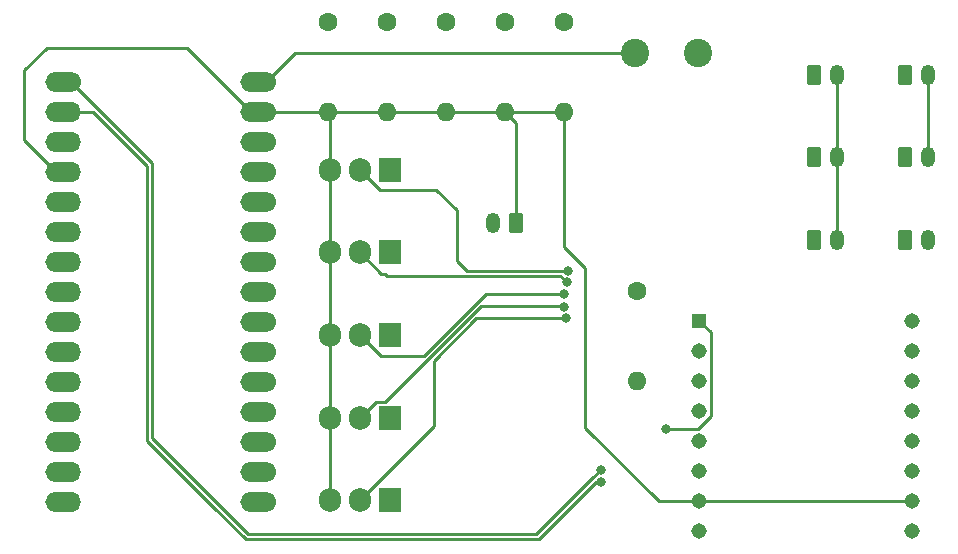
<source format=gbr>
%TF.GenerationSoftware,KiCad,Pcbnew,(6.0.6)*%
%TF.CreationDate,2022-06-23T13:36:09-07:00*%
%TF.ProjectId,KnightPCB,4b6e6967-6874-4504-9342-2e6b69636164,rev?*%
%TF.SameCoordinates,Original*%
%TF.FileFunction,Copper,L1,Top*%
%TF.FilePolarity,Positive*%
%FSLAX46Y46*%
G04 Gerber Fmt 4.6, Leading zero omitted, Abs format (unit mm)*
G04 Created by KiCad (PCBNEW (6.0.6)) date 2022-06-23 13:36:09*
%MOMM*%
%LPD*%
G01*
G04 APERTURE LIST*
G04 Aperture macros list*
%AMRoundRect*
0 Rectangle with rounded corners*
0 $1 Rounding radius*
0 $2 $3 $4 $5 $6 $7 $8 $9 X,Y pos of 4 corners*
0 Add a 4 corners polygon primitive as box body*
4,1,4,$2,$3,$4,$5,$6,$7,$8,$9,$2,$3,0*
0 Add four circle primitives for the rounded corners*
1,1,$1+$1,$2,$3*
1,1,$1+$1,$4,$5*
1,1,$1+$1,$6,$7*
1,1,$1+$1,$8,$9*
0 Add four rect primitives between the rounded corners*
20,1,$1+$1,$2,$3,$4,$5,0*
20,1,$1+$1,$4,$5,$6,$7,0*
20,1,$1+$1,$6,$7,$8,$9,0*
20,1,$1+$1,$8,$9,$2,$3,0*%
G04 Aperture macros list end*
%TA.AperFunction,ComponentPad*%
%ADD10RoundRect,0.250000X-0.350000X-0.625000X0.350000X-0.625000X0.350000X0.625000X-0.350000X0.625000X0*%
%TD*%
%TA.AperFunction,ComponentPad*%
%ADD11O,1.200000X1.750000*%
%TD*%
%TA.AperFunction,ComponentPad*%
%ADD12C,1.600000*%
%TD*%
%TA.AperFunction,ComponentPad*%
%ADD13O,1.600000X1.600000*%
%TD*%
%TA.AperFunction,ComponentPad*%
%ADD14R,1.308000X1.308000*%
%TD*%
%TA.AperFunction,ComponentPad*%
%ADD15C,1.308000*%
%TD*%
%TA.AperFunction,ComponentPad*%
%ADD16R,1.905000X2.000000*%
%TD*%
%TA.AperFunction,ComponentPad*%
%ADD17O,1.905000X2.000000*%
%TD*%
%TA.AperFunction,ComponentPad*%
%ADD18C,2.400000*%
%TD*%
%TA.AperFunction,ComponentPad*%
%ADD19C,1.700000*%
%TD*%
%TA.AperFunction,SMDPad,CuDef*%
%ADD20O,3.000000X1.700000*%
%TD*%
%TA.AperFunction,ComponentPad*%
%ADD21O,1.700000X1.700000*%
%TD*%
%TA.AperFunction,ComponentPad*%
%ADD22RoundRect,0.250000X0.350000X0.625000X-0.350000X0.625000X-0.350000X-0.625000X0.350000X-0.625000X0*%
%TD*%
%TA.AperFunction,ViaPad*%
%ADD23C,0.800000*%
%TD*%
%TA.AperFunction,Conductor*%
%ADD24C,0.250000*%
%TD*%
G04 APERTURE END LIST*
D10*
%TO.P,J6,1,Pin_1*%
%TO.N,Net-(J6-Pad1)*%
X130400000Y-55050000D03*
D11*
%TO.P,J6,2,Pin_2*%
%TO.N,Net-(J6-Pad2)*%
X132400000Y-55050000D03*
%TD*%
D10*
%TO.P,J5,1,Pin_1*%
%TO.N,Net-(J5-Pad1)*%
X122700000Y-41050000D03*
D11*
%TO.P,J5,2,Pin_2*%
%TO.N,Net-(A1-Pad15)*%
X124700000Y-41050000D03*
%TD*%
%TO.P,J4,2,Pin_2*%
%TO.N,Net-(A1-Pad15)*%
X132400000Y-41050000D03*
D10*
%TO.P,J4,1,Pin_1*%
%TO.N,Net-(J4-Pad1)*%
X130400000Y-41050000D03*
%TD*%
%TO.P,J3,1,Pin_1*%
%TO.N,Net-(J3-Pad1)*%
X122700000Y-48050000D03*
D11*
%TO.P,J3,2,Pin_2*%
%TO.N,Net-(A1-Pad15)*%
X124700000Y-48050000D03*
%TD*%
%TO.P,J2,2,Pin_2*%
%TO.N,Net-(A1-Pad15)*%
X132400000Y-48050000D03*
D10*
%TO.P,J2,1,Pin_1*%
%TO.N,Net-(J2-Pad1)*%
X130400000Y-48050000D03*
%TD*%
%TO.P,J1,1,Pin_1*%
%TO.N,Net-(J1-Pad1)*%
X122700000Y-55050000D03*
D11*
%TO.P,J1,2,Pin_2*%
%TO.N,Net-(A1-Pad15)*%
X124700000Y-55050000D03*
%TD*%
D12*
%TO.P,R10,1*%
%TO.N,Net-(R10-Pad1)*%
X107750000Y-59380000D03*
D13*
%TO.P,R10,2*%
%TO.N,Net-(A1-Pad16)*%
X107750000Y-67000000D03*
%TD*%
D12*
%TO.P,R2,1*%
%TO.N,Net-(A1-Pad23)*%
X96567500Y-36615000D03*
D13*
%TO.P,R2,2*%
%TO.N,GND*%
X96567500Y-44235000D03*
%TD*%
D14*
%TO.P,U1,1,VCC*%
%TO.N,Net-(A1-Pad2)*%
X113015500Y-61910000D03*
D15*
%TO.P,U1,2,RX*%
%TO.N,Net-(R10-Pad1)*%
X113015500Y-64450000D03*
%TO.P,U1,3,TX*%
%TO.N,Net-(A1-Pad17)*%
X113015500Y-66990000D03*
%TO.P,U1,4,DAC_R*%
%TO.N,unconnected-(U1-Pad4)*%
X113015500Y-69530000D03*
%TO.P,U1,5,DAC_L*%
%TO.N,unconnected-(U1-Pad5)*%
X113015500Y-72070000D03*
%TO.P,U1,6,SPK1*%
%TO.N,Net-(J6-Pad1)*%
X113015500Y-74610000D03*
%TO.P,U1,7,GND*%
%TO.N,GND*%
X113015500Y-77150000D03*
%TO.P,U1,8,SPK2*%
%TO.N,Net-(J6-Pad2)*%
X113015500Y-79690000D03*
%TO.P,U1,9,IO1*%
%TO.N,unconnected-(U1-Pad9)*%
X131049500Y-79690000D03*
%TO.P,U1,10,GND*%
%TO.N,GND*%
X131049500Y-77150000D03*
%TO.P,U1,11,IO2*%
%TO.N,unconnected-(U1-Pad11)*%
X131049500Y-74610000D03*
%TO.P,U1,12,ADKEY1*%
%TO.N,unconnected-(U1-Pad12)*%
X131049500Y-72070000D03*
%TO.P,U1,13,ADKEY2*%
%TO.N,unconnected-(U1-Pad13)*%
X131049500Y-69530000D03*
%TO.P,U1,14,USB+*%
%TO.N,unconnected-(U1-Pad14)*%
X131049500Y-66990000D03*
%TO.P,U1,15,USB-*%
%TO.N,unconnected-(U1-Pad15)*%
X131049500Y-64450000D03*
%TO.P,U1,16,BUSY*%
%TO.N,unconnected-(U1-Pad16)*%
X131049500Y-61910000D03*
%TD*%
D16*
%TO.P,Q1,1,G*%
%TO.N,Net-(A1-Pad24)*%
X86800000Y-77105000D03*
D17*
%TO.P,Q1,2,D*%
%TO.N,Net-(J1-Pad1)*%
X84260000Y-77105000D03*
%TO.P,Q1,3,S*%
%TO.N,GND*%
X81720000Y-77105000D03*
%TD*%
D12*
%TO.P,R3,1*%
%TO.N,Net-(A1-Pad22)*%
X91567500Y-36615000D03*
D13*
%TO.P,R3,2*%
%TO.N,GND*%
X91567500Y-44235000D03*
%TD*%
D12*
%TO.P,R4,1*%
%TO.N,Net-(A1-Pad21)*%
X86567500Y-36615000D03*
D13*
%TO.P,R4,2*%
%TO.N,GND*%
X86567500Y-44235000D03*
%TD*%
D12*
%TO.P,R5,1*%
%TO.N,Net-(A1-Pad20)*%
X81567500Y-36615000D03*
D13*
%TO.P,R5,2*%
%TO.N,GND*%
X81567500Y-44235000D03*
%TD*%
D16*
%TO.P,Q5,1,G*%
%TO.N,Net-(A1-Pad20)*%
X86800000Y-49105000D03*
D17*
%TO.P,Q5,2,D*%
%TO.N,Net-(J5-Pad1)*%
X84260000Y-49105000D03*
%TO.P,Q5,3,S*%
%TO.N,GND*%
X81720000Y-49105000D03*
%TD*%
D16*
%TO.P,Q3,1,G*%
%TO.N,Net-(A1-Pad22)*%
X86800000Y-63105000D03*
D17*
%TO.P,Q3,2,D*%
%TO.N,Net-(J3-Pad1)*%
X84260000Y-63105000D03*
%TO.P,Q3,3,S*%
%TO.N,GND*%
X81720000Y-63105000D03*
%TD*%
D12*
%TO.P,R1,1*%
%TO.N,Net-(A1-Pad24)*%
X101567500Y-36615000D03*
D13*
%TO.P,R1,2*%
%TO.N,GND*%
X101567500Y-44235000D03*
%TD*%
D18*
%TO.P,SW1,1,A*%
%TO.N,+12V*%
X112850000Y-39200000D03*
%TO.P,SW1,2,B*%
%TO.N,Net-(A1-Pad15)*%
X107550000Y-39200000D03*
%TD*%
D19*
%TO.P,A1,1,D13~*%
%TO.N,unconnected-(A1-Pad1)*%
X76290000Y-77205000D03*
X75020000Y-77205000D03*
D20*
X75655000Y-77205000D03*
D21*
%TO.P,A1,2,+3V3*%
%TO.N,Net-(A1-Pad2)*%
X75020000Y-74665000D03*
D20*
X75655000Y-74665000D03*
D19*
X76290000Y-74665000D03*
D21*
%TO.P,A1,3,AREF*%
%TO.N,unconnected-(A1-Pad3)*%
X75020000Y-72125000D03*
D20*
X75655000Y-72125000D03*
D19*
X76290000Y-72125000D03*
D21*
%TO.P,A1,4,A0*%
%TO.N,unconnected-(A1-Pad4)*%
X75020000Y-69585000D03*
D19*
X76290000Y-69585000D03*
D20*
X75655000Y-69585000D03*
%TO.P,A1,5,A1*%
%TO.N,unconnected-(A1-Pad5)*%
X75655000Y-67045000D03*
D21*
X75020000Y-67045000D03*
D19*
X76290000Y-67045000D03*
D21*
%TO.P,A1,6,A2*%
%TO.N,unconnected-(A1-Pad6)*%
X75020000Y-64505000D03*
D19*
X76290000Y-64505000D03*
D20*
X75655000Y-64505000D03*
D21*
%TO.P,A1,7,A3*%
%TO.N,unconnected-(A1-Pad7)*%
X75020000Y-61965000D03*
D20*
X75655000Y-61965000D03*
D19*
X76290000Y-61965000D03*
D21*
%TO.P,A1,8,A4*%
%TO.N,unconnected-(A1-Pad8)*%
X75020000Y-59425000D03*
D19*
X76290000Y-59425000D03*
D20*
X75655000Y-59425000D03*
%TO.P,A1,9,A5*%
%TO.N,unconnected-(A1-Pad9)*%
X75655000Y-56885000D03*
D19*
X76290000Y-56885000D03*
D21*
X75020000Y-56885000D03*
%TO.P,A1,10,A6*%
%TO.N,unconnected-(A1-Pad10)*%
X75020000Y-54345000D03*
D20*
X75655000Y-54345000D03*
D19*
X76290000Y-54345000D03*
D21*
%TO.P,A1,11,A7*%
%TO.N,unconnected-(A1-Pad11)*%
X75020000Y-51805000D03*
D20*
X75655000Y-51805000D03*
D19*
X76290000Y-51805000D03*
%TO.P,A1,12,+5V*%
%TO.N,unconnected-(A1-Pad12)*%
X76290000Y-49265000D03*
D20*
X75655000Y-49265000D03*
D21*
X75020000Y-49265000D03*
%TO.P,A1,13,RESET*%
%TO.N,unconnected-(A1-Pad13)*%
X75020000Y-46725000D03*
D20*
X75655000Y-46725000D03*
D19*
X76290000Y-46725000D03*
D20*
%TO.P,A1,14,GND*%
%TO.N,GND*%
X75655000Y-44185000D03*
D21*
X75020000Y-44185000D03*
D19*
X76290000Y-44185000D03*
%TO.P,A1,15,VIN*%
%TO.N,Net-(A1-Pad15)*%
X76290000Y-41645000D03*
D21*
X75020000Y-41645000D03*
D20*
X75655000Y-41645000D03*
%TO.P,A1,16,TX*%
%TO.N,Net-(A1-Pad16)*%
X59145000Y-41645000D03*
D19*
X58510000Y-41645000D03*
X59780000Y-41645000D03*
%TO.P,A1,17,RX*%
%TO.N,Net-(A1-Pad17)*%
X58510000Y-44185000D03*
D20*
X59145000Y-44185000D03*
D21*
X59780000Y-44185000D03*
D20*
%TO.P,A1,18,RESET*%
%TO.N,unconnected-(A1-Pad18)*%
X59145000Y-46725000D03*
D19*
X58510000Y-46725000D03*
D21*
X59780000Y-46725000D03*
D19*
%TO.P,A1,19,GND*%
%TO.N,GND*%
X58510000Y-49265000D03*
D20*
X59145000Y-49265000D03*
D21*
X59780000Y-49265000D03*
D19*
%TO.P,A1,20,~D2*%
%TO.N,Net-(A1-Pad20)*%
X58510000Y-51805000D03*
D21*
X59780000Y-51805000D03*
D20*
X59145000Y-51805000D03*
D19*
%TO.P,A1,21,~D3*%
%TO.N,Net-(A1-Pad21)*%
X58510000Y-54345000D03*
D21*
X59780000Y-54345000D03*
D20*
X59145000Y-54345000D03*
%TO.P,A1,22,~D4*%
%TO.N,Net-(A1-Pad22)*%
X59145000Y-56885000D03*
D21*
X59780000Y-56885000D03*
D19*
X58510000Y-56885000D03*
D20*
%TO.P,A1,23,~D5*%
%TO.N,Net-(A1-Pad23)*%
X59145000Y-59425000D03*
D19*
X58510000Y-59425000D03*
D21*
X59780000Y-59425000D03*
D20*
%TO.P,A1,24,~D6*%
%TO.N,Net-(A1-Pad24)*%
X59145000Y-61965000D03*
D21*
X59780000Y-61965000D03*
D19*
X58510000Y-61965000D03*
%TO.P,A1,25,~D7*%
%TO.N,unconnected-(A1-Pad25)*%
X58510000Y-64505000D03*
D21*
X59780000Y-64505000D03*
D20*
X59145000Y-64505000D03*
D19*
%TO.P,A1,26,~D8*%
%TO.N,unconnected-(A1-Pad26)*%
X58510000Y-67045000D03*
D20*
X59145000Y-67045000D03*
D21*
X59780000Y-67045000D03*
%TO.P,A1,27,~D9*%
%TO.N,unconnected-(A1-Pad27)*%
X59780000Y-69585000D03*
D19*
X58510000Y-69585000D03*
D20*
X59145000Y-69585000D03*
%TO.P,A1,28,~D10*%
%TO.N,unconnected-(A1-Pad28)*%
X59145000Y-72125000D03*
D19*
X58510000Y-72125000D03*
D21*
X59780000Y-72125000D03*
D19*
%TO.P,A1,29,CIPI*%
%TO.N,unconnected-(A1-Pad29)*%
X58510000Y-74665000D03*
D21*
X59780000Y-74665000D03*
D20*
X59145000Y-74665000D03*
D21*
%TO.P,A1,30,CIPO*%
%TO.N,unconnected-(A1-Pad30)*%
X59780000Y-77205000D03*
D19*
X58510000Y-77205000D03*
D20*
X59145000Y-77205000D03*
%TD*%
D16*
%TO.P,Q4,1,G*%
%TO.N,Net-(A1-Pad21)*%
X86800000Y-56105000D03*
D17*
%TO.P,Q4,2,D*%
%TO.N,Net-(J4-Pad1)*%
X84260000Y-56105000D03*
%TO.P,Q4,3,S*%
%TO.N,GND*%
X81720000Y-56105000D03*
%TD*%
D16*
%TO.P,Q2,1,G*%
%TO.N,Net-(A1-Pad23)*%
X86800000Y-70105000D03*
D17*
%TO.P,Q2,2,D*%
%TO.N,Net-(J2-Pad1)*%
X84260000Y-70105000D03*
%TO.P,Q2,3,S*%
%TO.N,GND*%
X81720000Y-70105000D03*
%TD*%
D22*
%TO.P,J0+12v1,1,Pin_1*%
%TO.N,GND*%
X97500000Y-53600000D03*
D11*
%TO.P,J0+12v1,2,Pin_2*%
%TO.N,+12V*%
X95500000Y-53600000D03*
%TD*%
D23*
%TO.N,Net-(J3-Pad1)*%
X101550000Y-59650000D03*
%TO.N,Net-(J1-Pad1)*%
X101682098Y-61690735D03*
%TO.N,Net-(J2-Pad1)*%
X101550000Y-60700000D03*
%TO.N,Net-(J4-Pad1)*%
X101781232Y-58647134D03*
%TO.N,Net-(J5-Pad1)*%
X101850000Y-57650000D03*
%TO.N,Net-(A1-Pad2)*%
X110150000Y-71050000D03*
%TO.N,Net-(A1-Pad16)*%
X104700000Y-74500000D03*
%TO.N,Net-(A1-Pad17)*%
X104659064Y-75515535D03*
%TD*%
D24*
%TO.N,Net-(J3-Pad1)*%
X94950000Y-59600000D02*
X101500000Y-59600000D01*
X101500000Y-59600000D02*
X101550000Y-59650000D01*
%TO.N,Net-(J1-Pad1)*%
X101674712Y-61698121D02*
X101682098Y-61690735D01*
X94124671Y-61698121D02*
X101674712Y-61698121D01*
X84260000Y-77042500D02*
X90536396Y-70766104D01*
X90536396Y-70766104D02*
X90536396Y-65286396D01*
X84260000Y-77105000D02*
X84260000Y-77042500D01*
X90536396Y-65286396D02*
X94124671Y-61698121D01*
%TO.N,Net-(J2-Pad1)*%
X101493198Y-60643198D02*
X101550000Y-60700000D01*
X94543198Y-60643198D02*
X101493198Y-60643198D01*
X86406396Y-68780000D02*
X94543198Y-60643198D01*
X85585000Y-68780000D02*
X86406396Y-68780000D01*
X84260000Y-70105000D02*
X85585000Y-68780000D01*
%TO.N,Net-(J3-Pad1)*%
X89650000Y-64900000D02*
X94950000Y-59600000D01*
X89200000Y-64900000D02*
X89650000Y-64900000D01*
X86055000Y-64900000D02*
X89200000Y-64900000D01*
X84260000Y-63105000D02*
X86055000Y-64900000D01*
%TO.N,Net-(A1-Pad15)*%
X132400000Y-41050000D02*
X132400000Y-48050000D01*
X124700000Y-48050000D02*
X124700000Y-55050000D01*
X124700000Y-41050000D02*
X124700000Y-48050000D01*
%TO.N,Net-(J4-Pad1)*%
X94100000Y-58100000D02*
X101234098Y-58100000D01*
X86600000Y-58100000D02*
X94100000Y-58100000D01*
X101234098Y-58100000D02*
X101781232Y-58647134D01*
X86400000Y-57900000D02*
X86600000Y-58100000D01*
X86055000Y-57900000D02*
X86400000Y-57900000D01*
X84260000Y-56105000D02*
X86055000Y-57900000D01*
%TO.N,Net-(J5-Pad1)*%
X93300000Y-57650000D02*
X101850000Y-57650000D01*
X92450000Y-56800000D02*
X93300000Y-57650000D01*
X92450000Y-56200000D02*
X92450000Y-56800000D01*
X87750000Y-50800000D02*
X90700000Y-50800000D01*
X85955000Y-50800000D02*
X87750000Y-50800000D01*
X92450000Y-52550000D02*
X92450000Y-56200000D01*
X90700000Y-50800000D02*
X92450000Y-52550000D01*
X84260000Y-49105000D02*
X85955000Y-50800000D01*
%TO.N,Net-(A1-Pad2)*%
X113994500Y-69935516D02*
X113994500Y-62889000D01*
X110150000Y-71050000D02*
X112880016Y-71050000D01*
X112880016Y-71050000D02*
X113994500Y-69935516D01*
X113994500Y-62889000D02*
X113015500Y-61910000D01*
%TO.N,Net-(A1-Pad16)*%
X104650000Y-74500000D02*
X104700000Y-74500000D01*
X75550000Y-79950000D02*
X99200000Y-79950000D01*
X99200000Y-79950000D02*
X103950000Y-75200000D01*
X66700000Y-51950000D02*
X66700000Y-71850000D01*
X66700000Y-71850000D02*
X74800000Y-79950000D01*
X103950000Y-75200000D02*
X104650000Y-74500000D01*
X59780000Y-41645000D02*
X66700000Y-48565000D01*
X66700000Y-48565000D02*
X66700000Y-51950000D01*
X74800000Y-79950000D02*
X75550000Y-79950000D01*
%TO.N,Net-(A1-Pad15)*%
X75020000Y-41645000D02*
X75655000Y-41645000D01*
X75020000Y-41645000D02*
X76290000Y-41645000D01*
X107550000Y-39200000D02*
X78735000Y-39200000D01*
X78735000Y-39200000D02*
X76290000Y-41645000D01*
%TO.N,GND*%
X91567500Y-44235000D02*
X96567500Y-44235000D01*
X86567500Y-44235000D02*
X91567500Y-44235000D01*
X81567500Y-44235000D02*
X86567500Y-44235000D01*
X101567500Y-44235000D02*
X101567500Y-55617500D01*
X97500000Y-53600000D02*
X97500000Y-45167500D01*
X81720000Y-77105000D02*
X81720000Y-70105000D01*
X81567500Y-44235000D02*
X76340000Y-44235000D01*
X55850000Y-46605000D02*
X55850000Y-40700000D01*
X103350000Y-57400000D02*
X103350000Y-70950000D01*
X81720000Y-70105000D02*
X81720000Y-63105000D01*
X69635000Y-38800000D02*
X75020000Y-44185000D01*
X58510000Y-49265000D02*
X55850000Y-46605000D01*
X81720000Y-63105000D02*
X81720000Y-56105000D01*
X57750000Y-38800000D02*
X69635000Y-38800000D01*
X96567500Y-44235000D02*
X101567500Y-44235000D01*
X81720000Y-44387500D02*
X81567500Y-44235000D01*
X97500000Y-45167500D02*
X96567500Y-44235000D01*
X109550000Y-77150000D02*
X113015500Y-77150000D01*
X76340000Y-44235000D02*
X76290000Y-44185000D01*
X81720000Y-56105000D02*
X81720000Y-49105000D01*
X76290000Y-44185000D02*
X75020000Y-44185000D01*
X55850000Y-40700000D02*
X57750000Y-38800000D01*
X81720000Y-49105000D02*
X81720000Y-44387500D01*
X113015500Y-77150000D02*
X131049500Y-77150000D01*
X101567500Y-55617500D02*
X103350000Y-57400000D01*
X103350000Y-70950000D02*
X109550000Y-77150000D01*
%TO.N,Net-(A1-Pad17)*%
X59780000Y-44185000D02*
X61683604Y-44185000D01*
X61683604Y-44185000D02*
X65924302Y-48425698D01*
X102693198Y-77093198D02*
X104270861Y-75515535D01*
X71781802Y-77568198D02*
X74613604Y-80400000D01*
X74613604Y-80400000D02*
X89250000Y-80400000D01*
X66250000Y-66550000D02*
X66250000Y-72036396D01*
X66250000Y-72036396D02*
X71781802Y-77568198D01*
X99386396Y-80400000D02*
X102693198Y-77093198D01*
X66250000Y-48751396D02*
X66250000Y-66550000D01*
X89250000Y-80400000D02*
X99386396Y-80400000D01*
X65924302Y-48425698D02*
X66250000Y-48751396D01*
X104270861Y-75515535D02*
X104659064Y-75515535D01*
%TD*%
M02*

</source>
